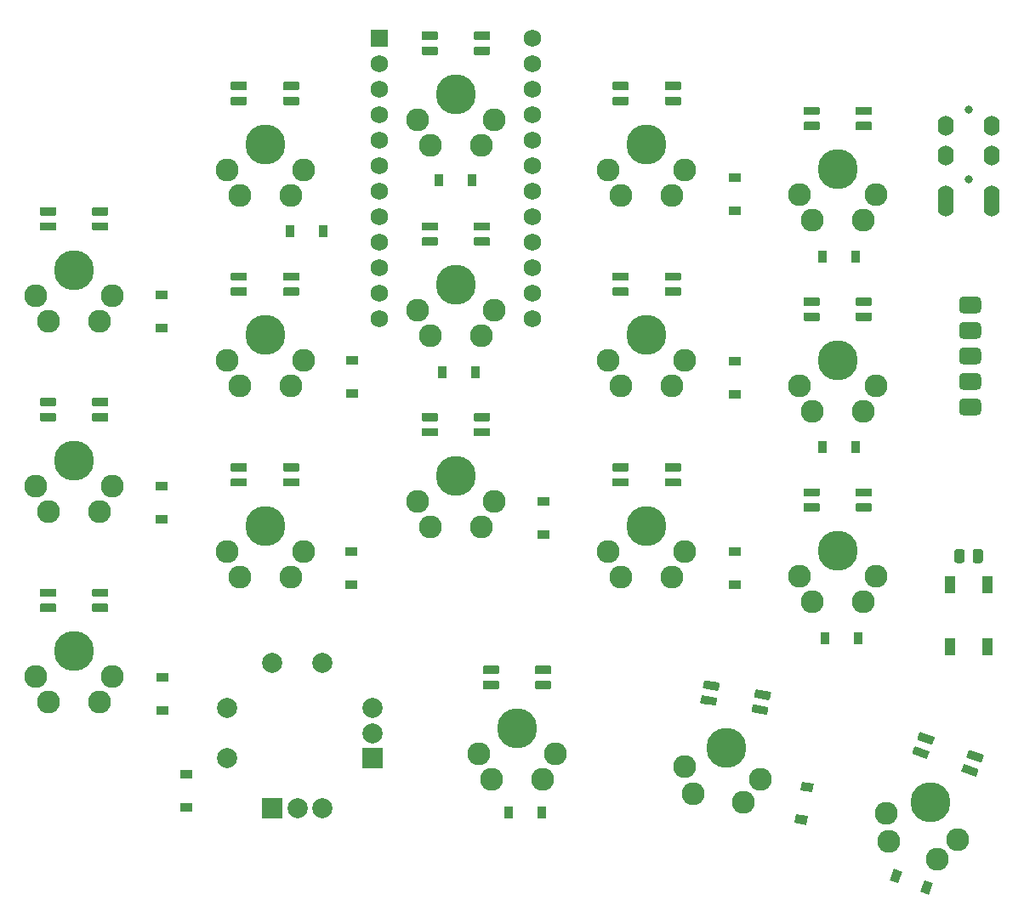
<source format=gbr>
%TF.GenerationSoftware,KiCad,Pcbnew,(5.1.10)-1*%
%TF.CreationDate,2021-11-02T14:07:56-07:00*%
%TF.ProjectId,babykeeb,62616279-6b65-4656-922e-6b696361645f,rev?*%
%TF.SameCoordinates,Original*%
%TF.FileFunction,Soldermask,Top*%
%TF.FilePolarity,Negative*%
%FSLAX46Y46*%
G04 Gerber Fmt 4.6, Leading zero omitted, Abs format (unit mm)*
G04 Created by KiCad (PCBNEW (5.1.10)-1) date 2021-11-02 14:07:56*
%MOMM*%
%LPD*%
G01*
G04 APERTURE LIST*
%ADD10R,2.000000X2.000000*%
%ADD11C,2.000000*%
%ADD12R,1.200000X0.900000*%
%ADD13C,0.100000*%
%ADD14R,0.900000X1.200000*%
%ADD15C,2.286000*%
%ADD16C,3.987800*%
%ADD17O,1.600000X2.000000*%
%ADD18C,0.800000*%
%ADD19C,1.752600*%
%ADD20R,1.752600X1.752600*%
%ADD21R,1.100000X1.800000*%
G04 APERTURE END LIST*
D10*
%TO.C,SW7*%
X80741593Y-111693404D03*
D11*
X83241593Y-111693404D03*
X85741593Y-111693404D03*
X80741593Y-97193404D03*
X85741593Y-97193404D03*
%TD*%
%TO.C,D73*%
G36*
G01*
X151219764Y-107117646D02*
X149870365Y-106626505D01*
G75*
G02*
X149821356Y-106521404I28046J77055D01*
G01*
X150045721Y-105904965D01*
G75*
G02*
X150150822Y-105855956I77055J-28046D01*
G01*
X151500221Y-106347097D01*
G75*
G02*
X151549230Y-106452198I-28046J-77055D01*
G01*
X151324865Y-107068637D01*
G75*
G02*
X151219764Y-107117646I-77055J28046D01*
G01*
G37*
G36*
G01*
X150706734Y-108527185D02*
X149357335Y-108036044D01*
G75*
G02*
X149308326Y-107930943I28046J77055D01*
G01*
X149532691Y-107314504D01*
G75*
G02*
X149637792Y-107265495I77055J-28046D01*
G01*
X150987191Y-107756636D01*
G75*
G02*
X151036200Y-107861737I-28046J-77055D01*
G01*
X150811835Y-108478176D01*
G75*
G02*
X150706734Y-108527185I-77055J28046D01*
G01*
G37*
G36*
G01*
X146333362Y-105339142D02*
X144983963Y-104848001D01*
G75*
G02*
X144934954Y-104742900I28046J77055D01*
G01*
X145159319Y-104126461D01*
G75*
G02*
X145264420Y-104077452I77055J-28046D01*
G01*
X146613819Y-104568593D01*
G75*
G02*
X146662828Y-104673694I-28046J-77055D01*
G01*
X146438463Y-105290133D01*
G75*
G02*
X146333362Y-105339142I-77055J28046D01*
G01*
G37*
G36*
G01*
X145820332Y-106748681D02*
X144470933Y-106257540D01*
G75*
G02*
X144421924Y-106152439I28046J77055D01*
G01*
X144646289Y-105536000D01*
G75*
G02*
X144751390Y-105486991I77055J-28046D01*
G01*
X146100789Y-105978132D01*
G75*
G02*
X146149798Y-106083233I-28046J-77055D01*
G01*
X145925433Y-106699672D01*
G75*
G02*
X145820332Y-106748681I-77055J28046D01*
G01*
G37*
%TD*%
%TO.C,D72*%
G36*
G01*
X102315586Y-73106488D02*
X100879586Y-73106488D01*
G75*
G02*
X100797586Y-73024488I0J82000D01*
G01*
X100797586Y-72368488D01*
G75*
G02*
X100879586Y-72286488I82000J0D01*
G01*
X102315586Y-72286488D01*
G75*
G02*
X102397586Y-72368488I0J-82000D01*
G01*
X102397586Y-73024488D01*
G75*
G02*
X102315586Y-73106488I-82000J0D01*
G01*
G37*
G36*
G01*
X102315586Y-74606488D02*
X100879586Y-74606488D01*
G75*
G02*
X100797586Y-74524488I0J82000D01*
G01*
X100797586Y-73868488D01*
G75*
G02*
X100879586Y-73786488I82000J0D01*
G01*
X102315586Y-73786488D01*
G75*
G02*
X102397586Y-73868488I0J-82000D01*
G01*
X102397586Y-74524488D01*
G75*
G02*
X102315586Y-74606488I-82000J0D01*
G01*
G37*
G36*
G01*
X97115586Y-73106488D02*
X95679586Y-73106488D01*
G75*
G02*
X95597586Y-73024488I0J82000D01*
G01*
X95597586Y-72368488D01*
G75*
G02*
X95679586Y-72286488I82000J0D01*
G01*
X97115586Y-72286488D01*
G75*
G02*
X97197586Y-72368488I0J-82000D01*
G01*
X97197586Y-73024488D01*
G75*
G02*
X97115586Y-73106488I-82000J0D01*
G01*
G37*
G36*
G01*
X97115586Y-74606488D02*
X95679586Y-74606488D01*
G75*
G02*
X95597586Y-74524488I0J82000D01*
G01*
X95597586Y-73868488D01*
G75*
G02*
X95679586Y-73786488I82000J0D01*
G01*
X97115586Y-73786488D01*
G75*
G02*
X97197586Y-73868488I0J-82000D01*
G01*
X97197586Y-74524488D01*
G75*
G02*
X97115586Y-74606488I-82000J0D01*
G01*
G37*
%TD*%
%TO.C,D71*%
G36*
G01*
X130172439Y-100879263D02*
X128758255Y-100629905D01*
G75*
G02*
X128691740Y-100534912I14239J80754D01*
G01*
X128805654Y-99888878D01*
G75*
G02*
X128900647Y-99822363I80754J-14239D01*
G01*
X130314831Y-100071721D01*
G75*
G02*
X130381346Y-100166714I-14239J-80754D01*
G01*
X130267432Y-100812748D01*
G75*
G02*
X130172439Y-100879263I-80754J14239D01*
G01*
G37*
G36*
G01*
X129911967Y-102356475D02*
X128497783Y-102107117D01*
G75*
G02*
X128431268Y-102012124I14239J80754D01*
G01*
X128545182Y-101366090D01*
G75*
G02*
X128640175Y-101299575I80754J-14239D01*
G01*
X130054359Y-101548933D01*
G75*
G02*
X130120874Y-101643926I-14239J-80754D01*
G01*
X130006960Y-102289960D01*
G75*
G02*
X129911967Y-102356475I-80754J14239D01*
G01*
G37*
G36*
G01*
X125051439Y-99976293D02*
X123637255Y-99726935D01*
G75*
G02*
X123570740Y-99631942I14239J80754D01*
G01*
X123684654Y-98985908D01*
G75*
G02*
X123779647Y-98919393I80754J-14239D01*
G01*
X125193831Y-99168751D01*
G75*
G02*
X125260346Y-99263744I-14239J-80754D01*
G01*
X125146432Y-99909778D01*
G75*
G02*
X125051439Y-99976293I-80754J14239D01*
G01*
G37*
G36*
G01*
X124790966Y-101453504D02*
X123376782Y-101204146D01*
G75*
G02*
X123310267Y-101109153I14239J80754D01*
G01*
X123424181Y-100463119D01*
G75*
G02*
X123519174Y-100396604I80754J-14239D01*
G01*
X124933358Y-100645962D01*
G75*
G02*
X124999873Y-100740955I-14239J-80754D01*
G01*
X124885959Y-101386989D01*
G75*
G02*
X124790966Y-101453504I-80754J14239D01*
G01*
G37*
%TD*%
%TO.C,D70*%
G36*
G01*
X102315587Y-54106488D02*
X100879587Y-54106488D01*
G75*
G02*
X100797587Y-54024488I0J82000D01*
G01*
X100797587Y-53368488D01*
G75*
G02*
X100879587Y-53286488I82000J0D01*
G01*
X102315587Y-53286488D01*
G75*
G02*
X102397587Y-53368488I0J-82000D01*
G01*
X102397587Y-54024488D01*
G75*
G02*
X102315587Y-54106488I-82000J0D01*
G01*
G37*
G36*
G01*
X102315587Y-55606488D02*
X100879587Y-55606488D01*
G75*
G02*
X100797587Y-55524488I0J82000D01*
G01*
X100797587Y-54868488D01*
G75*
G02*
X100879587Y-54786488I82000J0D01*
G01*
X102315587Y-54786488D01*
G75*
G02*
X102397587Y-54868488I0J-82000D01*
G01*
X102397587Y-55524488D01*
G75*
G02*
X102315587Y-55606488I-82000J0D01*
G01*
G37*
G36*
G01*
X97115587Y-54106488D02*
X95679587Y-54106488D01*
G75*
G02*
X95597587Y-54024488I0J82000D01*
G01*
X95597587Y-53368488D01*
G75*
G02*
X95679587Y-53286488I82000J0D01*
G01*
X97115587Y-53286488D01*
G75*
G02*
X97197587Y-53368488I0J-82000D01*
G01*
X97197587Y-54024488D01*
G75*
G02*
X97115587Y-54106488I-82000J0D01*
G01*
G37*
G36*
G01*
X97115587Y-55606488D02*
X95679587Y-55606488D01*
G75*
G02*
X95597587Y-55524488I0J82000D01*
G01*
X95597587Y-54868488D01*
G75*
G02*
X95679587Y-54786488I82000J0D01*
G01*
X97115587Y-54786488D01*
G75*
G02*
X97197587Y-54868488I0J-82000D01*
G01*
X97197587Y-55524488D01*
G75*
G02*
X97115587Y-55606488I-82000J0D01*
G01*
G37*
%TD*%
%TO.C,D69*%
G36*
G01*
X102315587Y-35106489D02*
X100879587Y-35106489D01*
G75*
G02*
X100797587Y-35024489I0J82000D01*
G01*
X100797587Y-34368489D01*
G75*
G02*
X100879587Y-34286489I82000J0D01*
G01*
X102315587Y-34286489D01*
G75*
G02*
X102397587Y-34368489I0J-82000D01*
G01*
X102397587Y-35024489D01*
G75*
G02*
X102315587Y-35106489I-82000J0D01*
G01*
G37*
G36*
G01*
X102315587Y-36606489D02*
X100879587Y-36606489D01*
G75*
G02*
X100797587Y-36524489I0J82000D01*
G01*
X100797587Y-35868489D01*
G75*
G02*
X100879587Y-35786489I82000J0D01*
G01*
X102315587Y-35786489D01*
G75*
G02*
X102397587Y-35868489I0J-82000D01*
G01*
X102397587Y-36524489D01*
G75*
G02*
X102315587Y-36606489I-82000J0D01*
G01*
G37*
G36*
G01*
X97115587Y-35106489D02*
X95679587Y-35106489D01*
G75*
G02*
X95597587Y-35024489I0J82000D01*
G01*
X95597587Y-34368489D01*
G75*
G02*
X95679587Y-34286489I82000J0D01*
G01*
X97115587Y-34286489D01*
G75*
G02*
X97197587Y-34368489I0J-82000D01*
G01*
X97197587Y-35024489D01*
G75*
G02*
X97115587Y-35106489I-82000J0D01*
G01*
G37*
G36*
G01*
X97115587Y-36606489D02*
X95679587Y-36606489D01*
G75*
G02*
X95597587Y-36524489I0J82000D01*
G01*
X95597587Y-35868489D01*
G75*
G02*
X95679587Y-35786489I82000J0D01*
G01*
X97115587Y-35786489D01*
G75*
G02*
X97197587Y-35868489I0J-82000D01*
G01*
X97197587Y-36524489D01*
G75*
G02*
X97115587Y-36606489I-82000J0D01*
G01*
G37*
%TD*%
%TO.C,D68*%
G36*
G01*
X108396593Y-98294405D02*
X106960593Y-98294405D01*
G75*
G02*
X106878593Y-98212405I0J82000D01*
G01*
X106878593Y-97556405D01*
G75*
G02*
X106960593Y-97474405I82000J0D01*
G01*
X108396593Y-97474405D01*
G75*
G02*
X108478593Y-97556405I0J-82000D01*
G01*
X108478593Y-98212405D01*
G75*
G02*
X108396593Y-98294405I-82000J0D01*
G01*
G37*
G36*
G01*
X108396593Y-99794405D02*
X106960593Y-99794405D01*
G75*
G02*
X106878593Y-99712405I0J82000D01*
G01*
X106878593Y-99056405D01*
G75*
G02*
X106960593Y-98974405I82000J0D01*
G01*
X108396593Y-98974405D01*
G75*
G02*
X108478593Y-99056405I0J-82000D01*
G01*
X108478593Y-99712405D01*
G75*
G02*
X108396593Y-99794405I-82000J0D01*
G01*
G37*
G36*
G01*
X103196593Y-98294405D02*
X101760593Y-98294405D01*
G75*
G02*
X101678593Y-98212405I0J82000D01*
G01*
X101678593Y-97556405D01*
G75*
G02*
X101760593Y-97474405I82000J0D01*
G01*
X103196593Y-97474405D01*
G75*
G02*
X103278593Y-97556405I0J-82000D01*
G01*
X103278593Y-98212405D01*
G75*
G02*
X103196593Y-98294405I-82000J0D01*
G01*
G37*
G36*
G01*
X103196593Y-99794405D02*
X101760593Y-99794405D01*
G75*
G02*
X101678593Y-99712405I0J82000D01*
G01*
X101678593Y-99056405D01*
G75*
G02*
X101760593Y-98974405I82000J0D01*
G01*
X103196593Y-98974405D01*
G75*
G02*
X103278593Y-99056405I0J-82000D01*
G01*
X103278593Y-99712405D01*
G75*
G02*
X103196593Y-99794405I-82000J0D01*
G01*
G37*
%TD*%
%TO.C,D67*%
G36*
G01*
X83315588Y-40106489D02*
X81879588Y-40106489D01*
G75*
G02*
X81797588Y-40024489I0J82000D01*
G01*
X81797588Y-39368489D01*
G75*
G02*
X81879588Y-39286489I82000J0D01*
G01*
X83315588Y-39286489D01*
G75*
G02*
X83397588Y-39368489I0J-82000D01*
G01*
X83397588Y-40024489D01*
G75*
G02*
X83315588Y-40106489I-82000J0D01*
G01*
G37*
G36*
G01*
X83315588Y-41606489D02*
X81879588Y-41606489D01*
G75*
G02*
X81797588Y-41524489I0J82000D01*
G01*
X81797588Y-40868489D01*
G75*
G02*
X81879588Y-40786489I82000J0D01*
G01*
X83315588Y-40786489D01*
G75*
G02*
X83397588Y-40868489I0J-82000D01*
G01*
X83397588Y-41524489D01*
G75*
G02*
X83315588Y-41606489I-82000J0D01*
G01*
G37*
G36*
G01*
X78115588Y-40106489D02*
X76679588Y-40106489D01*
G75*
G02*
X76597588Y-40024489I0J82000D01*
G01*
X76597588Y-39368489D01*
G75*
G02*
X76679588Y-39286489I82000J0D01*
G01*
X78115588Y-39286489D01*
G75*
G02*
X78197588Y-39368489I0J-82000D01*
G01*
X78197588Y-40024489D01*
G75*
G02*
X78115588Y-40106489I-82000J0D01*
G01*
G37*
G36*
G01*
X78115588Y-41606489D02*
X76679588Y-41606489D01*
G75*
G02*
X76597588Y-41524489I0J82000D01*
G01*
X76597588Y-40868489D01*
G75*
G02*
X76679588Y-40786489I82000J0D01*
G01*
X78115588Y-40786489D01*
G75*
G02*
X78197588Y-40868489I0J-82000D01*
G01*
X78197588Y-41524489D01*
G75*
G02*
X78115588Y-41606489I-82000J0D01*
G01*
G37*
%TD*%
%TO.C,D66*%
G36*
G01*
X140315585Y-80606488D02*
X138879585Y-80606488D01*
G75*
G02*
X138797585Y-80524488I0J82000D01*
G01*
X138797585Y-79868488D01*
G75*
G02*
X138879585Y-79786488I82000J0D01*
G01*
X140315585Y-79786488D01*
G75*
G02*
X140397585Y-79868488I0J-82000D01*
G01*
X140397585Y-80524488D01*
G75*
G02*
X140315585Y-80606488I-82000J0D01*
G01*
G37*
G36*
G01*
X140315585Y-82106488D02*
X138879585Y-82106488D01*
G75*
G02*
X138797585Y-82024488I0J82000D01*
G01*
X138797585Y-81368488D01*
G75*
G02*
X138879585Y-81286488I82000J0D01*
G01*
X140315585Y-81286488D01*
G75*
G02*
X140397585Y-81368488I0J-82000D01*
G01*
X140397585Y-82024488D01*
G75*
G02*
X140315585Y-82106488I-82000J0D01*
G01*
G37*
G36*
G01*
X135115585Y-80606488D02*
X133679585Y-80606488D01*
G75*
G02*
X133597585Y-80524488I0J82000D01*
G01*
X133597585Y-79868488D01*
G75*
G02*
X133679585Y-79786488I82000J0D01*
G01*
X135115585Y-79786488D01*
G75*
G02*
X135197585Y-79868488I0J-82000D01*
G01*
X135197585Y-80524488D01*
G75*
G02*
X135115585Y-80606488I-82000J0D01*
G01*
G37*
G36*
G01*
X135115585Y-82106488D02*
X133679585Y-82106488D01*
G75*
G02*
X133597585Y-82024488I0J82000D01*
G01*
X133597585Y-81368488D01*
G75*
G02*
X133679585Y-81286488I82000J0D01*
G01*
X135115585Y-81286488D01*
G75*
G02*
X135197585Y-81368488I0J-82000D01*
G01*
X135197585Y-82024488D01*
G75*
G02*
X135115585Y-82106488I-82000J0D01*
G01*
G37*
%TD*%
%TO.C,D65*%
G36*
G01*
X83315588Y-59106488D02*
X81879588Y-59106488D01*
G75*
G02*
X81797588Y-59024488I0J82000D01*
G01*
X81797588Y-58368488D01*
G75*
G02*
X81879588Y-58286488I82000J0D01*
G01*
X83315588Y-58286488D01*
G75*
G02*
X83397588Y-58368488I0J-82000D01*
G01*
X83397588Y-59024488D01*
G75*
G02*
X83315588Y-59106488I-82000J0D01*
G01*
G37*
G36*
G01*
X83315588Y-60606488D02*
X81879588Y-60606488D01*
G75*
G02*
X81797588Y-60524488I0J82000D01*
G01*
X81797588Y-59868488D01*
G75*
G02*
X81879588Y-59786488I82000J0D01*
G01*
X83315588Y-59786488D01*
G75*
G02*
X83397588Y-59868488I0J-82000D01*
G01*
X83397588Y-60524488D01*
G75*
G02*
X83315588Y-60606488I-82000J0D01*
G01*
G37*
G36*
G01*
X78115588Y-59106488D02*
X76679588Y-59106488D01*
G75*
G02*
X76597588Y-59024488I0J82000D01*
G01*
X76597588Y-58368488D01*
G75*
G02*
X76679588Y-58286488I82000J0D01*
G01*
X78115588Y-58286488D01*
G75*
G02*
X78197588Y-58368488I0J-82000D01*
G01*
X78197588Y-59024488D01*
G75*
G02*
X78115588Y-59106488I-82000J0D01*
G01*
G37*
G36*
G01*
X78115588Y-60606488D02*
X76679588Y-60606488D01*
G75*
G02*
X76597588Y-60524488I0J82000D01*
G01*
X76597588Y-59868488D01*
G75*
G02*
X76679588Y-59786488I82000J0D01*
G01*
X78115588Y-59786488D01*
G75*
G02*
X78197588Y-59868488I0J-82000D01*
G01*
X78197588Y-60524488D01*
G75*
G02*
X78115588Y-60606488I-82000J0D01*
G01*
G37*
%TD*%
%TO.C,D64*%
G36*
G01*
X140315585Y-61606489D02*
X138879585Y-61606489D01*
G75*
G02*
X138797585Y-61524489I0J82000D01*
G01*
X138797585Y-60868489D01*
G75*
G02*
X138879585Y-60786489I82000J0D01*
G01*
X140315585Y-60786489D01*
G75*
G02*
X140397585Y-60868489I0J-82000D01*
G01*
X140397585Y-61524489D01*
G75*
G02*
X140315585Y-61606489I-82000J0D01*
G01*
G37*
G36*
G01*
X140315585Y-63106489D02*
X138879585Y-63106489D01*
G75*
G02*
X138797585Y-63024489I0J82000D01*
G01*
X138797585Y-62368489D01*
G75*
G02*
X138879585Y-62286489I82000J0D01*
G01*
X140315585Y-62286489D01*
G75*
G02*
X140397585Y-62368489I0J-82000D01*
G01*
X140397585Y-63024489D01*
G75*
G02*
X140315585Y-63106489I-82000J0D01*
G01*
G37*
G36*
G01*
X135115585Y-61606489D02*
X133679585Y-61606489D01*
G75*
G02*
X133597585Y-61524489I0J82000D01*
G01*
X133597585Y-60868489D01*
G75*
G02*
X133679585Y-60786489I82000J0D01*
G01*
X135115585Y-60786489D01*
G75*
G02*
X135197585Y-60868489I0J-82000D01*
G01*
X135197585Y-61524489D01*
G75*
G02*
X135115585Y-61606489I-82000J0D01*
G01*
G37*
G36*
G01*
X135115585Y-63106489D02*
X133679585Y-63106489D01*
G75*
G02*
X133597585Y-63024489I0J82000D01*
G01*
X133597585Y-62368489D01*
G75*
G02*
X133679585Y-62286489I82000J0D01*
G01*
X135115585Y-62286489D01*
G75*
G02*
X135197585Y-62368489I0J-82000D01*
G01*
X135197585Y-63024489D01*
G75*
G02*
X135115585Y-63106489I-82000J0D01*
G01*
G37*
%TD*%
%TO.C,D63*%
G36*
G01*
X83315587Y-78106487D02*
X81879587Y-78106487D01*
G75*
G02*
X81797587Y-78024487I0J82000D01*
G01*
X81797587Y-77368487D01*
G75*
G02*
X81879587Y-77286487I82000J0D01*
G01*
X83315587Y-77286487D01*
G75*
G02*
X83397587Y-77368487I0J-82000D01*
G01*
X83397587Y-78024487D01*
G75*
G02*
X83315587Y-78106487I-82000J0D01*
G01*
G37*
G36*
G01*
X83315587Y-79606487D02*
X81879587Y-79606487D01*
G75*
G02*
X81797587Y-79524487I0J82000D01*
G01*
X81797587Y-78868487D01*
G75*
G02*
X81879587Y-78786487I82000J0D01*
G01*
X83315587Y-78786487D01*
G75*
G02*
X83397587Y-78868487I0J-82000D01*
G01*
X83397587Y-79524487D01*
G75*
G02*
X83315587Y-79606487I-82000J0D01*
G01*
G37*
G36*
G01*
X78115587Y-78106487D02*
X76679587Y-78106487D01*
G75*
G02*
X76597587Y-78024487I0J82000D01*
G01*
X76597587Y-77368487D01*
G75*
G02*
X76679587Y-77286487I82000J0D01*
G01*
X78115587Y-77286487D01*
G75*
G02*
X78197587Y-77368487I0J-82000D01*
G01*
X78197587Y-78024487D01*
G75*
G02*
X78115587Y-78106487I-82000J0D01*
G01*
G37*
G36*
G01*
X78115587Y-79606487D02*
X76679587Y-79606487D01*
G75*
G02*
X76597587Y-79524487I0J82000D01*
G01*
X76597587Y-78868487D01*
G75*
G02*
X76679587Y-78786487I82000J0D01*
G01*
X78115587Y-78786487D01*
G75*
G02*
X78197587Y-78868487I0J-82000D01*
G01*
X78197587Y-79524487D01*
G75*
G02*
X78115587Y-79606487I-82000J0D01*
G01*
G37*
%TD*%
%TO.C,D62*%
G36*
G01*
X140315585Y-42606490D02*
X138879585Y-42606490D01*
G75*
G02*
X138797585Y-42524490I0J82000D01*
G01*
X138797585Y-41868490D01*
G75*
G02*
X138879585Y-41786490I82000J0D01*
G01*
X140315585Y-41786490D01*
G75*
G02*
X140397585Y-41868490I0J-82000D01*
G01*
X140397585Y-42524490D01*
G75*
G02*
X140315585Y-42606490I-82000J0D01*
G01*
G37*
G36*
G01*
X140315585Y-44106490D02*
X138879585Y-44106490D01*
G75*
G02*
X138797585Y-44024490I0J82000D01*
G01*
X138797585Y-43368490D01*
G75*
G02*
X138879585Y-43286490I82000J0D01*
G01*
X140315585Y-43286490D01*
G75*
G02*
X140397585Y-43368490I0J-82000D01*
G01*
X140397585Y-44024490D01*
G75*
G02*
X140315585Y-44106490I-82000J0D01*
G01*
G37*
G36*
G01*
X135115585Y-42606490D02*
X133679585Y-42606490D01*
G75*
G02*
X133597585Y-42524490I0J82000D01*
G01*
X133597585Y-41868490D01*
G75*
G02*
X133679585Y-41786490I82000J0D01*
G01*
X135115585Y-41786490D01*
G75*
G02*
X135197585Y-41868490I0J-82000D01*
G01*
X135197585Y-42524490D01*
G75*
G02*
X135115585Y-42606490I-82000J0D01*
G01*
G37*
G36*
G01*
X135115585Y-44106490D02*
X133679585Y-44106490D01*
G75*
G02*
X133597585Y-44024490I0J82000D01*
G01*
X133597585Y-43368490D01*
G75*
G02*
X133679585Y-43286490I82000J0D01*
G01*
X135115585Y-43286490D01*
G75*
G02*
X135197585Y-43368490I0J-82000D01*
G01*
X135197585Y-44024490D01*
G75*
G02*
X135115585Y-44106490I-82000J0D01*
G01*
G37*
%TD*%
%TO.C,D61*%
G36*
G01*
X121315586Y-40106489D02*
X119879586Y-40106489D01*
G75*
G02*
X119797586Y-40024489I0J82000D01*
G01*
X119797586Y-39368489D01*
G75*
G02*
X119879586Y-39286489I82000J0D01*
G01*
X121315586Y-39286489D01*
G75*
G02*
X121397586Y-39368489I0J-82000D01*
G01*
X121397586Y-40024489D01*
G75*
G02*
X121315586Y-40106489I-82000J0D01*
G01*
G37*
G36*
G01*
X121315586Y-41606489D02*
X119879586Y-41606489D01*
G75*
G02*
X119797586Y-41524489I0J82000D01*
G01*
X119797586Y-40868489D01*
G75*
G02*
X119879586Y-40786489I82000J0D01*
G01*
X121315586Y-40786489D01*
G75*
G02*
X121397586Y-40868489I0J-82000D01*
G01*
X121397586Y-41524489D01*
G75*
G02*
X121315586Y-41606489I-82000J0D01*
G01*
G37*
G36*
G01*
X116115586Y-40106489D02*
X114679586Y-40106489D01*
G75*
G02*
X114597586Y-40024489I0J82000D01*
G01*
X114597586Y-39368489D01*
G75*
G02*
X114679586Y-39286489I82000J0D01*
G01*
X116115586Y-39286489D01*
G75*
G02*
X116197586Y-39368489I0J-82000D01*
G01*
X116197586Y-40024489D01*
G75*
G02*
X116115586Y-40106489I-82000J0D01*
G01*
G37*
G36*
G01*
X116115586Y-41606489D02*
X114679586Y-41606489D01*
G75*
G02*
X114597586Y-41524489I0J82000D01*
G01*
X114597586Y-40868489D01*
G75*
G02*
X114679586Y-40786489I82000J0D01*
G01*
X116115586Y-40786489D01*
G75*
G02*
X116197586Y-40868489I0J-82000D01*
G01*
X116197586Y-41524489D01*
G75*
G02*
X116115586Y-41606489I-82000J0D01*
G01*
G37*
%TD*%
%TO.C,D58*%
G36*
G01*
X64315588Y-90606486D02*
X62879588Y-90606486D01*
G75*
G02*
X62797588Y-90524486I0J82000D01*
G01*
X62797588Y-89868486D01*
G75*
G02*
X62879588Y-89786486I82000J0D01*
G01*
X64315588Y-89786486D01*
G75*
G02*
X64397588Y-89868486I0J-82000D01*
G01*
X64397588Y-90524486D01*
G75*
G02*
X64315588Y-90606486I-82000J0D01*
G01*
G37*
G36*
G01*
X64315588Y-92106486D02*
X62879588Y-92106486D01*
G75*
G02*
X62797588Y-92024486I0J82000D01*
G01*
X62797588Y-91368486D01*
G75*
G02*
X62879588Y-91286486I82000J0D01*
G01*
X64315588Y-91286486D01*
G75*
G02*
X64397588Y-91368486I0J-82000D01*
G01*
X64397588Y-92024486D01*
G75*
G02*
X64315588Y-92106486I-82000J0D01*
G01*
G37*
G36*
G01*
X59115588Y-90606486D02*
X57679588Y-90606486D01*
G75*
G02*
X57597588Y-90524486I0J82000D01*
G01*
X57597588Y-89868486D01*
G75*
G02*
X57679588Y-89786486I82000J0D01*
G01*
X59115588Y-89786486D01*
G75*
G02*
X59197588Y-89868486I0J-82000D01*
G01*
X59197588Y-90524486D01*
G75*
G02*
X59115588Y-90606486I-82000J0D01*
G01*
G37*
G36*
G01*
X59115588Y-92106486D02*
X57679588Y-92106486D01*
G75*
G02*
X57597588Y-92024486I0J82000D01*
G01*
X57597588Y-91368486D01*
G75*
G02*
X57679588Y-91286486I82000J0D01*
G01*
X59115588Y-91286486D01*
G75*
G02*
X59197588Y-91368486I0J-82000D01*
G01*
X59197588Y-92024486D01*
G75*
G02*
X59115588Y-92106486I-82000J0D01*
G01*
G37*
%TD*%
%TO.C,D44*%
G36*
G01*
X121315586Y-59106488D02*
X119879586Y-59106488D01*
G75*
G02*
X119797586Y-59024488I0J82000D01*
G01*
X119797586Y-58368488D01*
G75*
G02*
X119879586Y-58286488I82000J0D01*
G01*
X121315586Y-58286488D01*
G75*
G02*
X121397586Y-58368488I0J-82000D01*
G01*
X121397586Y-59024488D01*
G75*
G02*
X121315586Y-59106488I-82000J0D01*
G01*
G37*
G36*
G01*
X121315586Y-60606488D02*
X119879586Y-60606488D01*
G75*
G02*
X119797586Y-60524488I0J82000D01*
G01*
X119797586Y-59868488D01*
G75*
G02*
X119879586Y-59786488I82000J0D01*
G01*
X121315586Y-59786488D01*
G75*
G02*
X121397586Y-59868488I0J-82000D01*
G01*
X121397586Y-60524488D01*
G75*
G02*
X121315586Y-60606488I-82000J0D01*
G01*
G37*
G36*
G01*
X116115586Y-59106488D02*
X114679586Y-59106488D01*
G75*
G02*
X114597586Y-59024488I0J82000D01*
G01*
X114597586Y-58368488D01*
G75*
G02*
X114679586Y-58286488I82000J0D01*
G01*
X116115586Y-58286488D01*
G75*
G02*
X116197586Y-58368488I0J-82000D01*
G01*
X116197586Y-59024488D01*
G75*
G02*
X116115586Y-59106488I-82000J0D01*
G01*
G37*
G36*
G01*
X116115586Y-60606488D02*
X114679586Y-60606488D01*
G75*
G02*
X114597586Y-60524488I0J82000D01*
G01*
X114597586Y-59868488D01*
G75*
G02*
X114679586Y-59786488I82000J0D01*
G01*
X116115586Y-59786488D01*
G75*
G02*
X116197586Y-59868488I0J-82000D01*
G01*
X116197586Y-60524488D01*
G75*
G02*
X116115586Y-60606488I-82000J0D01*
G01*
G37*
%TD*%
%TO.C,D40*%
G36*
G01*
X64315589Y-71606487D02*
X62879589Y-71606487D01*
G75*
G02*
X62797589Y-71524487I0J82000D01*
G01*
X62797589Y-70868487D01*
G75*
G02*
X62879589Y-70786487I82000J0D01*
G01*
X64315589Y-70786487D01*
G75*
G02*
X64397589Y-70868487I0J-82000D01*
G01*
X64397589Y-71524487D01*
G75*
G02*
X64315589Y-71606487I-82000J0D01*
G01*
G37*
G36*
G01*
X64315589Y-73106487D02*
X62879589Y-73106487D01*
G75*
G02*
X62797589Y-73024487I0J82000D01*
G01*
X62797589Y-72368487D01*
G75*
G02*
X62879589Y-72286487I82000J0D01*
G01*
X64315589Y-72286487D01*
G75*
G02*
X64397589Y-72368487I0J-82000D01*
G01*
X64397589Y-73024487D01*
G75*
G02*
X64315589Y-73106487I-82000J0D01*
G01*
G37*
G36*
G01*
X59115589Y-71606487D02*
X57679589Y-71606487D01*
G75*
G02*
X57597589Y-71524487I0J82000D01*
G01*
X57597589Y-70868487D01*
G75*
G02*
X57679589Y-70786487I82000J0D01*
G01*
X59115589Y-70786487D01*
G75*
G02*
X59197589Y-70868487I0J-82000D01*
G01*
X59197589Y-71524487D01*
G75*
G02*
X59115589Y-71606487I-82000J0D01*
G01*
G37*
G36*
G01*
X59115589Y-73106487D02*
X57679589Y-73106487D01*
G75*
G02*
X57597589Y-73024487I0J82000D01*
G01*
X57597589Y-72368487D01*
G75*
G02*
X57679589Y-72286487I82000J0D01*
G01*
X59115589Y-72286487D01*
G75*
G02*
X59197589Y-72368487I0J-82000D01*
G01*
X59197589Y-73024487D01*
G75*
G02*
X59115589Y-73106487I-82000J0D01*
G01*
G37*
%TD*%
%TO.C,D39*%
G36*
G01*
X121315586Y-78106488D02*
X119879586Y-78106488D01*
G75*
G02*
X119797586Y-78024488I0J82000D01*
G01*
X119797586Y-77368488D01*
G75*
G02*
X119879586Y-77286488I82000J0D01*
G01*
X121315586Y-77286488D01*
G75*
G02*
X121397586Y-77368488I0J-82000D01*
G01*
X121397586Y-78024488D01*
G75*
G02*
X121315586Y-78106488I-82000J0D01*
G01*
G37*
G36*
G01*
X121315586Y-79606488D02*
X119879586Y-79606488D01*
G75*
G02*
X119797586Y-79524488I0J82000D01*
G01*
X119797586Y-78868488D01*
G75*
G02*
X119879586Y-78786488I82000J0D01*
G01*
X121315586Y-78786488D01*
G75*
G02*
X121397586Y-78868488I0J-82000D01*
G01*
X121397586Y-79524488D01*
G75*
G02*
X121315586Y-79606488I-82000J0D01*
G01*
G37*
G36*
G01*
X116115586Y-78106488D02*
X114679586Y-78106488D01*
G75*
G02*
X114597586Y-78024488I0J82000D01*
G01*
X114597586Y-77368488D01*
G75*
G02*
X114679586Y-77286488I82000J0D01*
G01*
X116115586Y-77286488D01*
G75*
G02*
X116197586Y-77368488I0J-82000D01*
G01*
X116197586Y-78024488D01*
G75*
G02*
X116115586Y-78106488I-82000J0D01*
G01*
G37*
G36*
G01*
X116115586Y-79606488D02*
X114679586Y-79606488D01*
G75*
G02*
X114597586Y-79524488I0J82000D01*
G01*
X114597586Y-78868488D01*
G75*
G02*
X114679586Y-78786488I82000J0D01*
G01*
X116115586Y-78786488D01*
G75*
G02*
X116197586Y-78868488I0J-82000D01*
G01*
X116197586Y-79524488D01*
G75*
G02*
X116115586Y-79606488I-82000J0D01*
G01*
G37*
%TD*%
%TO.C,D38*%
G36*
G01*
X64315589Y-52606488D02*
X62879589Y-52606488D01*
G75*
G02*
X62797589Y-52524488I0J82000D01*
G01*
X62797589Y-51868488D01*
G75*
G02*
X62879589Y-51786488I82000J0D01*
G01*
X64315589Y-51786488D01*
G75*
G02*
X64397589Y-51868488I0J-82000D01*
G01*
X64397589Y-52524488D01*
G75*
G02*
X64315589Y-52606488I-82000J0D01*
G01*
G37*
G36*
G01*
X64315589Y-54106488D02*
X62879589Y-54106488D01*
G75*
G02*
X62797589Y-54024488I0J82000D01*
G01*
X62797589Y-53368488D01*
G75*
G02*
X62879589Y-53286488I82000J0D01*
G01*
X64315589Y-53286488D01*
G75*
G02*
X64397589Y-53368488I0J-82000D01*
G01*
X64397589Y-54024488D01*
G75*
G02*
X64315589Y-54106488I-82000J0D01*
G01*
G37*
G36*
G01*
X59115589Y-52606488D02*
X57679589Y-52606488D01*
G75*
G02*
X57597589Y-52524488I0J82000D01*
G01*
X57597589Y-51868488D01*
G75*
G02*
X57679589Y-51786488I82000J0D01*
G01*
X59115589Y-51786488D01*
G75*
G02*
X59197589Y-51868488I0J-82000D01*
G01*
X59197589Y-52524488D01*
G75*
G02*
X59115589Y-52606488I-82000J0D01*
G01*
G37*
G36*
G01*
X59115589Y-54106488D02*
X57679589Y-54106488D01*
G75*
G02*
X57597589Y-54024488I0J82000D01*
G01*
X57597589Y-53368488D01*
G75*
G02*
X57679589Y-53286488I82000J0D01*
G01*
X59115589Y-53286488D01*
G75*
G02*
X59197589Y-53368488I0J-82000D01*
G01*
X59197589Y-54024488D01*
G75*
G02*
X59115589Y-54106488I-82000J0D01*
G01*
G37*
%TD*%
D12*
%TO.C,D37*%
X72192593Y-108258404D03*
X72192593Y-111558404D03*
%TD*%
D10*
%TO.C,SW42*%
X90741593Y-106693404D03*
D11*
X90741593Y-104193404D03*
X90741593Y-101693404D03*
X76241593Y-106693404D03*
X76241593Y-101693404D03*
%TD*%
D13*
%TO.C,D36*%
G36*
X145251012Y-119963144D02*
G01*
X145661436Y-118835512D01*
X146507160Y-119143330D01*
X146096736Y-120270962D01*
X145251012Y-119963144D01*
G37*
G36*
X142150026Y-118834478D02*
G01*
X142560450Y-117706846D01*
X143406174Y-118014664D01*
X142995750Y-119142296D01*
X142150026Y-118834478D01*
G37*
%TD*%
D14*
%TO.C,D33*%
X139057093Y-94693804D03*
X135757093Y-94693804D03*
%TD*%
%TO.C,D32*%
X138777693Y-75694604D03*
X135477693Y-75694604D03*
%TD*%
%TO.C,D31*%
X138752293Y-56733504D03*
X135452293Y-56733504D03*
%TD*%
D13*
%TO.C,D30*%
G36*
X134459855Y-110088123D02*
G01*
X133278086Y-109879746D01*
X133434369Y-108993419D01*
X134616138Y-109201796D01*
X134459855Y-110088123D01*
G37*
G36*
X133886817Y-113337989D02*
G01*
X132705048Y-113129612D01*
X132861331Y-112243285D01*
X134043100Y-112451662D01*
X133886817Y-113337989D01*
G37*
%TD*%
D12*
%TO.C,D29*%
X126739093Y-86096904D03*
X126739093Y-89396904D03*
%TD*%
%TO.C,D28*%
X126802593Y-67148504D03*
X126802593Y-70448504D03*
%TD*%
%TO.C,D27*%
X126726393Y-48860504D03*
X126726393Y-52160504D03*
%TD*%
D14*
%TO.C,D26*%
X107522993Y-112118204D03*
X104222993Y-112118204D03*
%TD*%
D12*
%TO.C,D20*%
X107752593Y-81067704D03*
X107752593Y-84367704D03*
%TD*%
D14*
%TO.C,D19*%
X100931693Y-68201604D03*
X97631693Y-68201604D03*
%TD*%
%TO.C,D18*%
X100626893Y-49100804D03*
X97326893Y-49100804D03*
%TD*%
D12*
%TO.C,D17*%
X88613693Y-86071504D03*
X88613693Y-89371504D03*
%TD*%
%TO.C,D16*%
X88677193Y-67059604D03*
X88677193Y-70359604D03*
%TD*%
D14*
%TO.C,D10*%
X82518693Y-54168104D03*
X85818693Y-54168104D03*
%TD*%
D12*
%TO.C,D9*%
X69779593Y-98619104D03*
X69779593Y-101919104D03*
%TD*%
%TO.C,D8*%
X69677993Y-79569104D03*
X69677993Y-82869104D03*
%TD*%
%TO.C,D7*%
X69665293Y-60557204D03*
X69665293Y-63857204D03*
%TD*%
D15*
%TO.C,SW35*%
X148959613Y-114765872D03*
D16*
X146248115Y-111075956D03*
D15*
X142123833Y-114980863D03*
X146897472Y-116718326D03*
X141799155Y-112159679D03*
%TD*%
%TO.C,SW34*%
X129274725Y-108803767D03*
D16*
X125963674Y-105640756D03*
D15*
X122580130Y-110202513D03*
X127582953Y-111084646D03*
X121770490Y-107480568D03*
%TD*%
%TO.C,SW25*%
X140807585Y-88566487D03*
D16*
X136997585Y-86026487D03*
D15*
X134457585Y-91106487D03*
X139537585Y-91106487D03*
X133187585Y-88566487D03*
%TD*%
%TO.C,SW24*%
X121807586Y-86066487D03*
D16*
X117997586Y-83526487D03*
D15*
X115457586Y-88606487D03*
X120537586Y-88606487D03*
X114187586Y-86066487D03*
%TD*%
%TO.C,SW23*%
X102807586Y-81066487D03*
D16*
X98997586Y-78526487D03*
D15*
X96457586Y-83606487D03*
X101537586Y-83606487D03*
X95187586Y-81066487D03*
%TD*%
%TO.C,SW22*%
X83807587Y-86066486D03*
D16*
X79997587Y-83526486D03*
D15*
X77457587Y-88606486D03*
X82537587Y-88606486D03*
X76187587Y-86066486D03*
%TD*%
%TO.C,SW21*%
X64807588Y-98566485D03*
D16*
X60997588Y-96026485D03*
D15*
X58457588Y-101106485D03*
X63537588Y-101106485D03*
X57187588Y-98566485D03*
%TD*%
%TO.C,SW15*%
X140807585Y-69566488D03*
D16*
X136997585Y-67026488D03*
D15*
X134457585Y-72106488D03*
X139537585Y-72106488D03*
X133187585Y-69566488D03*
%TD*%
%TO.C,SW14*%
X121807586Y-67066487D03*
D16*
X117997586Y-64526487D03*
D15*
X115457586Y-69606487D03*
X120537586Y-69606487D03*
X114187586Y-67066487D03*
%TD*%
%TO.C,SW13*%
X102807587Y-62066487D03*
D16*
X98997587Y-59526487D03*
D15*
X96457587Y-64606487D03*
X101537587Y-64606487D03*
X95187587Y-62066487D03*
%TD*%
%TO.C,SW12*%
X83807588Y-67066487D03*
D16*
X79997588Y-64526487D03*
D15*
X77457588Y-69606487D03*
X82537588Y-69606487D03*
X76187588Y-67066487D03*
%TD*%
%TO.C,SW11*%
X64807589Y-79566486D03*
D16*
X60997589Y-77026486D03*
D15*
X58457589Y-82106486D03*
X63537589Y-82106486D03*
X57187589Y-79566486D03*
%TD*%
%TO.C,SW6*%
X108888593Y-106254404D03*
D16*
X105078593Y-103714404D03*
D15*
X102538593Y-108794404D03*
X107618593Y-108794404D03*
X101268593Y-106254404D03*
%TD*%
%TO.C,SW5*%
X140807585Y-50566489D03*
D16*
X136997585Y-48026489D03*
D15*
X134457585Y-53106489D03*
X139537585Y-53106489D03*
X133187585Y-50566489D03*
%TD*%
%TO.C,SW4*%
X121807586Y-48066488D03*
D16*
X117997586Y-45526488D03*
D15*
X115457586Y-50606488D03*
X120537586Y-50606488D03*
X114187586Y-48066488D03*
%TD*%
%TO.C,SW3*%
X102807587Y-43066488D03*
D16*
X98997587Y-40526488D03*
D15*
X96457587Y-45606488D03*
X101537587Y-45606488D03*
X95187587Y-43066488D03*
%TD*%
%TO.C,SW2*%
X83807588Y-48066488D03*
D16*
X79997588Y-45526488D03*
D15*
X77457588Y-50606488D03*
X82537588Y-50606488D03*
X76187588Y-48066488D03*
%TD*%
%TO.C,SW1*%
X64807589Y-60566487D03*
D16*
X60997589Y-58026487D03*
D15*
X58457589Y-63106487D03*
X63537589Y-63106487D03*
X57187589Y-60566487D03*
%TD*%
%TO.C,J1*%
G36*
G01*
X151289593Y-61096404D02*
X151289593Y-61946404D01*
G75*
G02*
X150864593Y-62371404I-425000J0D01*
G01*
X149514593Y-62371404D01*
G75*
G02*
X149089593Y-61946404I0J425000D01*
G01*
X149089593Y-61096404D01*
G75*
G02*
X149514593Y-60671404I425000J0D01*
G01*
X150864593Y-60671404D01*
G75*
G02*
X151289593Y-61096404I0J-425000D01*
G01*
G37*
G36*
G01*
X150864593Y-64911404D02*
X149514593Y-64911404D01*
G75*
G02*
X149089593Y-64486404I0J425000D01*
G01*
X149089593Y-63636404D01*
G75*
G02*
X149514593Y-63211404I425000J0D01*
G01*
X150864593Y-63211404D01*
G75*
G02*
X151289593Y-63636404I0J-425000D01*
G01*
X151289593Y-64486404D01*
G75*
G02*
X150864593Y-64911404I-425000J0D01*
G01*
G37*
G36*
G01*
X150864593Y-67451404D02*
X149514593Y-67451404D01*
G75*
G02*
X149089593Y-67026404I0J425000D01*
G01*
X149089593Y-66176404D01*
G75*
G02*
X149514593Y-65751404I425000J0D01*
G01*
X150864593Y-65751404D01*
G75*
G02*
X151289593Y-66176404I0J-425000D01*
G01*
X151289593Y-67026404D01*
G75*
G02*
X150864593Y-67451404I-425000J0D01*
G01*
G37*
G36*
G01*
X150864593Y-69991404D02*
X149514593Y-69991404D01*
G75*
G02*
X149089593Y-69566404I0J425000D01*
G01*
X149089593Y-68716404D01*
G75*
G02*
X149514593Y-68291404I425000J0D01*
G01*
X150864593Y-68291404D01*
G75*
G02*
X151289593Y-68716404I0J-425000D01*
G01*
X151289593Y-69566404D01*
G75*
G02*
X150864593Y-69991404I-425000J0D01*
G01*
G37*
G36*
G01*
X150864593Y-72531404D02*
X149514593Y-72531404D01*
G75*
G02*
X149089593Y-72106404I0J425000D01*
G01*
X149089593Y-71256404D01*
G75*
G02*
X149514593Y-70831404I425000J0D01*
G01*
X150864593Y-70831404D01*
G75*
G02*
X151289593Y-71256404I0J-425000D01*
G01*
X151289593Y-72106404D01*
G75*
G02*
X150864593Y-72531404I-425000J0D01*
G01*
G37*
%TD*%
D17*
%TO.C,U4*%
X147743593Y-46639404D03*
D18*
X150043593Y-42039404D03*
X150043593Y-49039404D03*
D17*
X147743593Y-43639404D03*
X147743593Y-50639404D03*
X152343593Y-51739404D03*
%TD*%
%TO.C,U3*%
X152343593Y-46639404D03*
D18*
X150043593Y-42039404D03*
X150043593Y-49039404D03*
D17*
X152343593Y-43639404D03*
X152343593Y-50639404D03*
X147743593Y-51739404D03*
%TD*%
D19*
%TO.C,U1*%
X106609593Y-34978404D03*
X91369593Y-62918404D03*
X106609593Y-37518404D03*
X106609593Y-40058404D03*
X106609593Y-42598404D03*
X106609593Y-45138404D03*
X106609593Y-47678404D03*
X106609593Y-50218404D03*
X106609593Y-52758404D03*
X106609593Y-55298404D03*
X106609593Y-57838404D03*
X106609593Y-60378404D03*
X106609593Y-62918404D03*
X91369593Y-60378404D03*
X91369593Y-57838404D03*
X91369593Y-55298404D03*
X91369593Y-52758404D03*
X91369593Y-50218404D03*
X91369593Y-47678404D03*
X91369593Y-45138404D03*
X91369593Y-42598404D03*
X91369593Y-40058404D03*
X91369593Y-37518404D03*
D20*
X91369593Y-34978404D03*
%TD*%
D21*
%TO.C,SW41*%
X148193593Y-89409404D03*
X151893593Y-95609404D03*
X151893593Y-89409404D03*
X148193593Y-95609404D03*
%TD*%
%TO.C,R4*%
G36*
G01*
X150443593Y-86990406D02*
X150443593Y-86090402D01*
G75*
G02*
X150693591Y-85840404I249998J0D01*
G01*
X151218595Y-85840404D01*
G75*
G02*
X151468593Y-86090402I0J-249998D01*
G01*
X151468593Y-86990406D01*
G75*
G02*
X151218595Y-87240404I-249998J0D01*
G01*
X150693591Y-87240404D01*
G75*
G02*
X150443593Y-86990406I0J249998D01*
G01*
G37*
G36*
G01*
X148618593Y-86990406D02*
X148618593Y-86090402D01*
G75*
G02*
X148868591Y-85840404I249998J0D01*
G01*
X149393595Y-85840404D01*
G75*
G02*
X149643593Y-86090402I0J-249998D01*
G01*
X149643593Y-86990406D01*
G75*
G02*
X149393595Y-87240404I-249998J0D01*
G01*
X148868591Y-87240404D01*
G75*
G02*
X148618593Y-86990406I0J249998D01*
G01*
G37*
%TD*%
M02*

</source>
